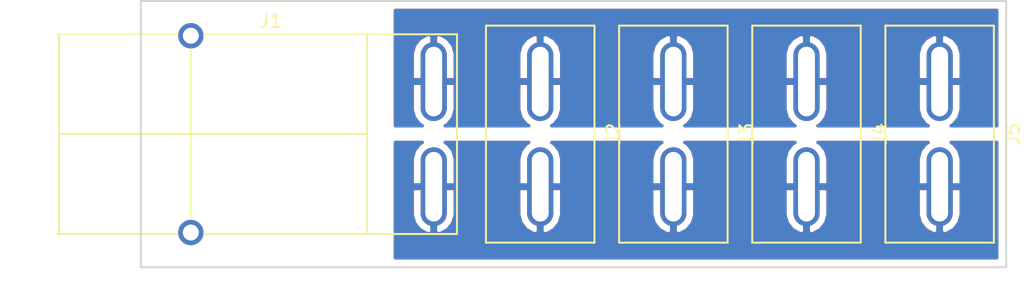
<source format=kicad_pcb>
(kicad_pcb (version 4) (host pcbnew 4.0.6+dfsg1-1)

  (general
    (links 8)
    (no_connects 0)
    (area 0 0 0 0)
    (thickness 1.6)
    (drawings 4)
    (tracks 0)
    (zones 0)
    (modules 5)
    (nets 3)
  )

  (page A4)
  (layers
    (0 F.Cu signal)
    (31 B.Cu signal)
    (32 B.Adhes user)
    (33 F.Adhes user)
    (34 B.Paste user)
    (35 F.Paste user)
    (36 B.SilkS user)
    (37 F.SilkS user)
    (38 B.Mask user)
    (39 F.Mask user)
    (40 Dwgs.User user)
    (41 Cmts.User user)
    (42 Eco1.User user)
    (43 Eco2.User user)
    (44 Edge.Cuts user)
    (45 Margin user)
    (46 B.CrtYd user)
    (47 F.CrtYd user)
    (48 B.Fab user)
    (49 F.Fab user)
  )

  (setup
    (last_trace_width 0.25)
    (trace_clearance 0.2)
    (zone_clearance 0.508)
    (zone_45_only no)
    (trace_min 0.2)
    (segment_width 0.2)
    (edge_width 0.15)
    (via_size 0.6)
    (via_drill 0.4)
    (via_min_size 0.4)
    (via_min_drill 0.3)
    (uvia_size 0.3)
    (uvia_drill 0.1)
    (uvias_allowed no)
    (uvia_min_size 0.2)
    (uvia_min_drill 0.1)
    (pcb_text_width 0.3)
    (pcb_text_size 1.5 1.5)
    (mod_edge_width 0.15)
    (mod_text_size 1 1)
    (mod_text_width 0.15)
    (pad_size 1.524 1.524)
    (pad_drill 0.762)
    (pad_to_mask_clearance 0.2)
    (aux_axis_origin 0 0)
    (visible_elements FFFFFF7F)
    (pcbplotparams
      (layerselection 0x00030_80000001)
      (usegerberextensions false)
      (excludeedgelayer true)
      (linewidth 0.100000)
      (plotframeref false)
      (viasonmask false)
      (mode 1)
      (useauxorigin false)
      (hpglpennumber 1)
      (hpglpenspeed 20)
      (hpglpendiameter 15)
      (hpglpenoverlay 2)
      (psnegative false)
      (psa4output false)
      (plotreference true)
      (plotvalue true)
      (plotinvisibletext false)
      (padsonsilk false)
      (subtractmaskfromsilk false)
      (outputformat 1)
      (mirror false)
      (drillshape 1)
      (scaleselection 1)
      (outputdirectory ""))
  )

  (net 0 "")
  (net 1 "Net-(J1-Pad1)")
  (net 2 "Net-(J1-Pad2)")

  (net_class Default "This is the default net class."
    (clearance 0.2)
    (trace_width 0.25)
    (via_dia 0.6)
    (via_drill 0.4)
    (uvia_dia 0.3)
    (uvia_drill 0.1)
    (add_net "Net-(J1-Pad1)")
    (add_net "Net-(J1-Pad2)")
  )

  (module homebrew:Anderson_1337G3_right_angle_bottom_two (layer F.Cu) (tedit 5B233D9B) (tstamp 5B233F75)
    (at 112 77 90)
    (path /5B233648)
    (fp_text reference J1 (at 8.5 -12.25 180) (layer F.SilkS)
      (effects (font (size 1 1) (thickness 0.15)))
    )
    (fp_text value Anderson_two_redblack (at -11 -23 180) (layer F.Fab)
      (effects (font (size 1 1) (thickness 0.15)))
    )
    (fp_line (start 0 -29.25) (end -0.5 -29.75) (layer Dwgs.User) (width 0.15))
    (fp_line (start 0.5 -29.75) (end 0 -29.25) (layer Dwgs.User) (width 0.15))
    (fp_line (start 0 -29.25) (end 0.5 -29.75) (layer Dwgs.User) (width 0.15))
    (fp_line (start 0 -32.5) (end 0 -29.25) (layer Dwgs.User) (width 0.15))
    (fp_line (start 7.5 1.75) (end 7.5 -5) (layer F.SilkS) (width 0.15))
    (fp_line (start -7.5 1.75) (end 7.5 1.75) (layer F.SilkS) (width 0.15))
    (fp_line (start -7.5 -5) (end -7.5 1.75) (layer F.SilkS) (width 0.15))
    (fp_line (start 7.5 -19.25) (end 7.5 -28.25) (layer F.SilkS) (width 0.15))
    (fp_line (start -7.5 -17.25) (end -7.5 -5) (layer F.SilkS) (width 0.15))
    (fp_line (start 0 -28) (end 0 -5) (layer F.SilkS) (width 0.15))
    (fp_line (start 7.5 -5) (end 7.5 -17.25) (layer F.SilkS) (width 0.15))
    (fp_line (start -7.5 -5) (end 7.5 -5) (layer F.SilkS) (width 0.15))
    (fp_line (start -7.5 -28.25) (end -7.5 -19.25) (layer F.SilkS) (width 0.15))
    (fp_line (start -7.39 -28.14) (end 7.39 -28.14) (layer F.SilkS) (width 0.15))
    (fp_line (start -6.25 -18.25) (end 6.25 -18.25) (layer F.SilkS) (width 0.15))
    (pad 1 thru_hole oval (at -3.95 0 90) (size 5.93 1.97) (drill oval 5.23 1.27) (layers *.Cu *.Mask)
      (net 1 "Net-(J1-Pad1)"))
    (pad 2 thru_hole oval (at 3.95 0 90) (size 5.93 1.97) (drill oval 5.23 1.27) (layers *.Cu *.Mask)
      (net 2 "Net-(J1-Pad2)"))
    (pad "" thru_hole circle (at -7.39 -18.24 90) (size 1.9 1.9) (drill 1.2) (layers *.Cu *.Mask))
    (pad "" thru_hole circle (at 7.39 -18.24 90) (size 1.9 1.9) (drill 1.2) (layers *.Cu *.Mask))
  )

  (module homebrew:Anderson_1337G3_straight_two (layer F.Cu) (tedit 5B233ECF) (tstamp 5B233F7B)
    (at 120 77 90)
    (path /5B2336FF)
    (fp_text reference J2 (at 0 5.5 270) (layer F.SilkS)
      (effects (font (size 1 1) (thickness 0.15)))
    )
    (fp_text value Anderson_two_redblack (at 0.5 -5.25 270) (layer F.Fab)
      (effects (font (size 1 1) (thickness 0.15)))
    )
    (fp_line (start 8.15 -4.075) (end 8.15 4.075) (layer F.SilkS) (width 0.15))
    (fp_line (start 8.15 4.075) (end -8.15 4.075) (layer F.SilkS) (width 0.15))
    (fp_line (start -8.15 4.075) (end -8.15 -4.075) (layer F.SilkS) (width 0.15))
    (fp_line (start -8.15 -4.075) (end 8.15 -4.075) (layer F.SilkS) (width 0.15))
    (pad 1 thru_hole oval (at -3.95 0 90) (size 5.93 1.97) (drill oval 5.23 1.27) (layers *.Cu *.Mask)
      (net 1 "Net-(J1-Pad1)"))
    (pad 2 thru_hole oval (at 3.95 0 90) (size 5.93 1.97) (drill oval 5.23 1.27) (layers *.Cu *.Mask)
      (net 2 "Net-(J1-Pad2)"))
  )

  (module homebrew:Anderson_1337G3_straight_two (layer F.Cu) (tedit 5B233ECF) (tstamp 5B233F81)
    (at 130 77 90)
    (path /5B2337AB)
    (fp_text reference J3 (at 0 5.5 270) (layer F.SilkS)
      (effects (font (size 1 1) (thickness 0.15)))
    )
    (fp_text value Anderson_two_redblack (at 0.5 -5.25 270) (layer F.Fab)
      (effects (font (size 1 1) (thickness 0.15)))
    )
    (fp_line (start 8.15 -4.075) (end 8.15 4.075) (layer F.SilkS) (width 0.15))
    (fp_line (start 8.15 4.075) (end -8.15 4.075) (layer F.SilkS) (width 0.15))
    (fp_line (start -8.15 4.075) (end -8.15 -4.075) (layer F.SilkS) (width 0.15))
    (fp_line (start -8.15 -4.075) (end 8.15 -4.075) (layer F.SilkS) (width 0.15))
    (pad 1 thru_hole oval (at -3.95 0 90) (size 5.93 1.97) (drill oval 5.23 1.27) (layers *.Cu *.Mask)
      (net 1 "Net-(J1-Pad1)"))
    (pad 2 thru_hole oval (at 3.95 0 90) (size 5.93 1.97) (drill oval 5.23 1.27) (layers *.Cu *.Mask)
      (net 2 "Net-(J1-Pad2)"))
  )

  (module homebrew:Anderson_1337G3_straight_two (layer F.Cu) (tedit 5B233ECF) (tstamp 5B233F87)
    (at 140 77 90)
    (path /5B2338F7)
    (fp_text reference J4 (at 0 5.5 270) (layer F.SilkS)
      (effects (font (size 1 1) (thickness 0.15)))
    )
    (fp_text value Anderson_two_redblack (at 0.5 -5.25 270) (layer F.Fab)
      (effects (font (size 1 1) (thickness 0.15)))
    )
    (fp_line (start 8.15 -4.075) (end 8.15 4.075) (layer F.SilkS) (width 0.15))
    (fp_line (start 8.15 4.075) (end -8.15 4.075) (layer F.SilkS) (width 0.15))
    (fp_line (start -8.15 4.075) (end -8.15 -4.075) (layer F.SilkS) (width 0.15))
    (fp_line (start -8.15 -4.075) (end 8.15 -4.075) (layer F.SilkS) (width 0.15))
    (pad 1 thru_hole oval (at -3.95 0 90) (size 5.93 1.97) (drill oval 5.23 1.27) (layers *.Cu *.Mask)
      (net 1 "Net-(J1-Pad1)"))
    (pad 2 thru_hole oval (at 3.95 0 90) (size 5.93 1.97) (drill oval 5.23 1.27) (layers *.Cu *.Mask)
      (net 2 "Net-(J1-Pad2)"))
  )

  (module homebrew:Anderson_1337G3_straight_two (layer F.Cu) (tedit 5B233ECF) (tstamp 5B233F8D)
    (at 150 77 90)
    (path /5B2337D4)
    (fp_text reference J5 (at 0 5.5 270) (layer F.SilkS)
      (effects (font (size 1 1) (thickness 0.15)))
    )
    (fp_text value Anderson_two_redblack (at 0.5 -5.25 270) (layer F.Fab)
      (effects (font (size 1 1) (thickness 0.15)))
    )
    (fp_line (start 8.15 -4.075) (end 8.15 4.075) (layer F.SilkS) (width 0.15))
    (fp_line (start 8.15 4.075) (end -8.15 4.075) (layer F.SilkS) (width 0.15))
    (fp_line (start -8.15 4.075) (end -8.15 -4.075) (layer F.SilkS) (width 0.15))
    (fp_line (start -8.15 -4.075) (end 8.15 -4.075) (layer F.SilkS) (width 0.15))
    (pad 1 thru_hole oval (at -3.95 0 90) (size 5.93 1.97) (drill oval 5.23 1.27) (layers *.Cu *.Mask)
      (net 1 "Net-(J1-Pad1)"))
    (pad 2 thru_hole oval (at 3.95 0 90) (size 5.93 1.97) (drill oval 5.23 1.27) (layers *.Cu *.Mask)
      (net 2 "Net-(J1-Pad2)"))
  )

  (gr_line (start 90 67) (end 155 67) (layer Edge.Cuts) (width 0.15))
  (gr_line (start 90 87) (end 90 67) (layer Edge.Cuts) (width 0.15))
  (gr_line (start 155 87) (end 90 87) (layer Edge.Cuts) (width 0.15))
  (gr_line (start 155 67) (end 155 87) (layer Edge.Cuts) (width 0.15))

  (zone (net 1) (net_name "Net-(J1-Pad1)") (layer F.Cu) (tstamp 0) (hatch edge 0.508)
    (connect_pads (clearance 0.508))
    (min_thickness 0.254)
    (fill yes (arc_segments 16) (thermal_gap 0.508) (thermal_bridge_width 0.508))
    (polygon
      (pts
        (xy 155 77.5) (xy 155 87) (xy 109 87) (xy 109 77.5)
      )
    )
    (filled_polygon
      (pts
        (xy 110.94429 77.734684) (xy 110.551916 78.23272) (xy 110.38 78.843) (xy 110.38 80.823) (xy 111.873 80.823)
        (xy 111.873 80.803) (xy 112.127 80.803) (xy 112.127 80.823) (xy 113.62 80.823) (xy 113.62 78.843)
        (xy 113.448084 78.23272) (xy 113.05571 77.734684) (xy 112.863564 77.627) (xy 119.136436 77.627) (xy 118.94429 77.734684)
        (xy 118.551916 78.23272) (xy 118.38 78.843) (xy 118.38 80.823) (xy 119.873 80.823) (xy 119.873 80.803)
        (xy 120.127 80.803) (xy 120.127 80.823) (xy 121.62 80.823) (xy 121.62 78.843) (xy 121.448084 78.23272)
        (xy 121.05571 77.734684) (xy 120.863564 77.627) (xy 129.136436 77.627) (xy 128.94429 77.734684) (xy 128.551916 78.23272)
        (xy 128.38 78.843) (xy 128.38 80.823) (xy 129.873 80.823) (xy 129.873 80.803) (xy 130.127 80.803)
        (xy 130.127 80.823) (xy 131.62 80.823) (xy 131.62 78.843) (xy 131.448084 78.23272) (xy 131.05571 77.734684)
        (xy 130.863564 77.627) (xy 139.136436 77.627) (xy 138.94429 77.734684) (xy 138.551916 78.23272) (xy 138.38 78.843)
        (xy 138.38 80.823) (xy 139.873 80.823) (xy 139.873 80.803) (xy 140.127 80.803) (xy 140.127 80.823)
        (xy 141.62 80.823) (xy 141.62 78.843) (xy 141.448084 78.23272) (xy 141.05571 77.734684) (xy 140.863564 77.627)
        (xy 149.136436 77.627) (xy 148.94429 77.734684) (xy 148.551916 78.23272) (xy 148.38 78.843) (xy 148.38 80.823)
        (xy 149.873 80.823) (xy 149.873 80.803) (xy 150.127 80.803) (xy 150.127 80.823) (xy 151.62 80.823)
        (xy 151.62 78.843) (xy 151.448084 78.23272) (xy 151.05571 77.734684) (xy 150.863564 77.627) (xy 154.29 77.627)
        (xy 154.29 86.29) (xy 109.127 86.29) (xy 109.127 81.077) (xy 110.38 81.077) (xy 110.38 83.057)
        (xy 110.551916 83.66728) (xy 110.94429 84.165316) (xy 111.497386 84.475286) (xy 111.62192 84.505263) (xy 111.873 84.385721)
        (xy 111.873 81.077) (xy 112.127 81.077) (xy 112.127 84.385721) (xy 112.37808 84.505263) (xy 112.502614 84.475286)
        (xy 113.05571 84.165316) (xy 113.448084 83.66728) (xy 113.62 83.057) (xy 113.62 81.077) (xy 118.38 81.077)
        (xy 118.38 83.057) (xy 118.551916 83.66728) (xy 118.94429 84.165316) (xy 119.497386 84.475286) (xy 119.62192 84.505263)
        (xy 119.873 84.385721) (xy 119.873 81.077) (xy 120.127 81.077) (xy 120.127 84.385721) (xy 120.37808 84.505263)
        (xy 120.502614 84.475286) (xy 121.05571 84.165316) (xy 121.448084 83.66728) (xy 121.62 83.057) (xy 121.62 81.077)
        (xy 128.38 81.077) (xy 128.38 83.057) (xy 128.551916 83.66728) (xy 128.94429 84.165316) (xy 129.497386 84.475286)
        (xy 129.62192 84.505263) (xy 129.873 84.385721) (xy 129.873 81.077) (xy 130.127 81.077) (xy 130.127 84.385721)
        (xy 130.37808 84.505263) (xy 130.502614 84.475286) (xy 131.05571 84.165316) (xy 131.448084 83.66728) (xy 131.62 83.057)
        (xy 131.62 81.077) (xy 138.38 81.077) (xy 138.38 83.057) (xy 138.551916 83.66728) (xy 138.94429 84.165316)
        (xy 139.497386 84.475286) (xy 139.62192 84.505263) (xy 139.873 84.385721) (xy 139.873 81.077) (xy 140.127 81.077)
        (xy 140.127 84.385721) (xy 140.37808 84.505263) (xy 140.502614 84.475286) (xy 141.05571 84.165316) (xy 141.448084 83.66728)
        (xy 141.62 83.057) (xy 141.62 81.077) (xy 148.38 81.077) (xy 148.38 83.057) (xy 148.551916 83.66728)
        (xy 148.94429 84.165316) (xy 149.497386 84.475286) (xy 149.62192 84.505263) (xy 149.873 84.385721) (xy 149.873 81.077)
        (xy 150.127 81.077) (xy 150.127 84.385721) (xy 150.37808 84.505263) (xy 150.502614 84.475286) (xy 151.05571 84.165316)
        (xy 151.448084 83.66728) (xy 151.62 83.057) (xy 151.62 81.077) (xy 150.127 81.077) (xy 149.873 81.077)
        (xy 148.38 81.077) (xy 141.62 81.077) (xy 140.127 81.077) (xy 139.873 81.077) (xy 138.38 81.077)
        (xy 131.62 81.077) (xy 130.127 81.077) (xy 129.873 81.077) (xy 128.38 81.077) (xy 121.62 81.077)
        (xy 120.127 81.077) (xy 119.873 81.077) (xy 118.38 81.077) (xy 113.62 81.077) (xy 112.127 81.077)
        (xy 111.873 81.077) (xy 110.38 81.077) (xy 109.127 81.077) (xy 109.127 77.627) (xy 111.136436 77.627)
      )
    )
  )
  (zone (net 1) (net_name "Net-(J1-Pad1)") (layer B.Cu) (tstamp 5B2341FA) (hatch edge 0.508)
    (connect_pads (clearance 0.508))
    (min_thickness 0.254)
    (fill yes (arc_segments 16) (thermal_gap 0.508) (thermal_bridge_width 0.508))
    (polygon
      (pts
        (xy 155 77.5) (xy 155 87) (xy 109 87) (xy 109 77.5)
      )
    )
    (filled_polygon
      (pts
        (xy 110.94429 77.734684) (xy 110.551916 78.23272) (xy 110.38 78.843) (xy 110.38 80.823) (xy 111.873 80.823)
        (xy 111.873 80.803) (xy 112.127 80.803) (xy 112.127 80.823) (xy 113.62 80.823) (xy 113.62 78.843)
        (xy 113.448084 78.23272) (xy 113.05571 77.734684) (xy 112.863564 77.627) (xy 119.136436 77.627) (xy 118.94429 77.734684)
        (xy 118.551916 78.23272) (xy 118.38 78.843) (xy 118.38 80.823) (xy 119.873 80.823) (xy 119.873 80.803)
        (xy 120.127 80.803) (xy 120.127 80.823) (xy 121.62 80.823) (xy 121.62 78.843) (xy 121.448084 78.23272)
        (xy 121.05571 77.734684) (xy 120.863564 77.627) (xy 129.136436 77.627) (xy 128.94429 77.734684) (xy 128.551916 78.23272)
        (xy 128.38 78.843) (xy 128.38 80.823) (xy 129.873 80.823) (xy 129.873 80.803) (xy 130.127 80.803)
        (xy 130.127 80.823) (xy 131.62 80.823) (xy 131.62 78.843) (xy 131.448084 78.23272) (xy 131.05571 77.734684)
        (xy 130.863564 77.627) (xy 139.136436 77.627) (xy 138.94429 77.734684) (xy 138.551916 78.23272) (xy 138.38 78.843)
        (xy 138.38 80.823) (xy 139.873 80.823) (xy 139.873 80.803) (xy 140.127 80.803) (xy 140.127 80.823)
        (xy 141.62 80.823) (xy 141.62 78.843) (xy 141.448084 78.23272) (xy 141.05571 77.734684) (xy 140.863564 77.627)
        (xy 149.136436 77.627) (xy 148.94429 77.734684) (xy 148.551916 78.23272) (xy 148.38 78.843) (xy 148.38 80.823)
        (xy 149.873 80.823) (xy 149.873 80.803) (xy 150.127 80.803) (xy 150.127 80.823) (xy 151.62 80.823)
        (xy 151.62 78.843) (xy 151.448084 78.23272) (xy 151.05571 77.734684) (xy 150.863564 77.627) (xy 154.29 77.627)
        (xy 154.29 86.29) (xy 109.127 86.29) (xy 109.127 81.077) (xy 110.38 81.077) (xy 110.38 83.057)
        (xy 110.551916 83.66728) (xy 110.94429 84.165316) (xy 111.497386 84.475286) (xy 111.62192 84.505263) (xy 111.873 84.385721)
        (xy 111.873 81.077) (xy 112.127 81.077) (xy 112.127 84.385721) (xy 112.37808 84.505263) (xy 112.502614 84.475286)
        (xy 113.05571 84.165316) (xy 113.448084 83.66728) (xy 113.62 83.057) (xy 113.62 81.077) (xy 118.38 81.077)
        (xy 118.38 83.057) (xy 118.551916 83.66728) (xy 118.94429 84.165316) (xy 119.497386 84.475286) (xy 119.62192 84.505263)
        (xy 119.873 84.385721) (xy 119.873 81.077) (xy 120.127 81.077) (xy 120.127 84.385721) (xy 120.37808 84.505263)
        (xy 120.502614 84.475286) (xy 121.05571 84.165316) (xy 121.448084 83.66728) (xy 121.62 83.057) (xy 121.62 81.077)
        (xy 128.38 81.077) (xy 128.38 83.057) (xy 128.551916 83.66728) (xy 128.94429 84.165316) (xy 129.497386 84.475286)
        (xy 129.62192 84.505263) (xy 129.873 84.385721) (xy 129.873 81.077) (xy 130.127 81.077) (xy 130.127 84.385721)
        (xy 130.37808 84.505263) (xy 130.502614 84.475286) (xy 131.05571 84.165316) (xy 131.448084 83.66728) (xy 131.62 83.057)
        (xy 131.62 81.077) (xy 138.38 81.077) (xy 138.38 83.057) (xy 138.551916 83.66728) (xy 138.94429 84.165316)
        (xy 139.497386 84.475286) (xy 139.62192 84.505263) (xy 139.873 84.385721) (xy 139.873 81.077) (xy 140.127 81.077)
        (xy 140.127 84.385721) (xy 140.37808 84.505263) (xy 140.502614 84.475286) (xy 141.05571 84.165316) (xy 141.448084 83.66728)
        (xy 141.62 83.057) (xy 141.62 81.077) (xy 148.38 81.077) (xy 148.38 83.057) (xy 148.551916 83.66728)
        (xy 148.94429 84.165316) (xy 149.497386 84.475286) (xy 149.62192 84.505263) (xy 149.873 84.385721) (xy 149.873 81.077)
        (xy 150.127 81.077) (xy 150.127 84.385721) (xy 150.37808 84.505263) (xy 150.502614 84.475286) (xy 151.05571 84.165316)
        (xy 151.448084 83.66728) (xy 151.62 83.057) (xy 151.62 81.077) (xy 150.127 81.077) (xy 149.873 81.077)
        (xy 148.38 81.077) (xy 141.62 81.077) (xy 140.127 81.077) (xy 139.873 81.077) (xy 138.38 81.077)
        (xy 131.62 81.077) (xy 130.127 81.077) (xy 129.873 81.077) (xy 128.38 81.077) (xy 121.62 81.077)
        (xy 120.127 81.077) (xy 119.873 81.077) (xy 118.38 81.077) (xy 113.62 81.077) (xy 112.127 81.077)
        (xy 111.873 81.077) (xy 110.38 81.077) (xy 109.127 81.077) (xy 109.127 77.627) (xy 111.136436 77.627)
      )
    )
  )
  (zone (net 2) (net_name "Net-(J1-Pad2)") (layer F.Cu) (tstamp 0) (hatch edge 0.508)
    (connect_pads (clearance 0.508))
    (min_thickness 0.254)
    (fill yes (arc_segments 16) (thermal_gap 0.508) (thermal_bridge_width 0.508))
    (polygon
      (pts
        (xy 155 76.5) (xy 155 67) (xy 109 67) (xy 109 76.5)
      )
    )
    (filled_polygon
      (pts
        (xy 154.29 76.373) (xy 150.863564 76.373) (xy 151.05571 76.265316) (xy 151.448084 75.76728) (xy 151.62 75.157)
        (xy 151.62 73.177) (xy 150.127 73.177) (xy 150.127 73.197) (xy 149.873 73.197) (xy 149.873 73.177)
        (xy 148.38 73.177) (xy 148.38 75.157) (xy 148.551916 75.76728) (xy 148.94429 76.265316) (xy 149.136436 76.373)
        (xy 140.863564 76.373) (xy 141.05571 76.265316) (xy 141.448084 75.76728) (xy 141.62 75.157) (xy 141.62 73.177)
        (xy 140.127 73.177) (xy 140.127 73.197) (xy 139.873 73.197) (xy 139.873 73.177) (xy 138.38 73.177)
        (xy 138.38 75.157) (xy 138.551916 75.76728) (xy 138.94429 76.265316) (xy 139.136436 76.373) (xy 130.863564 76.373)
        (xy 131.05571 76.265316) (xy 131.448084 75.76728) (xy 131.62 75.157) (xy 131.62 73.177) (xy 130.127 73.177)
        (xy 130.127 73.197) (xy 129.873 73.197) (xy 129.873 73.177) (xy 128.38 73.177) (xy 128.38 75.157)
        (xy 128.551916 75.76728) (xy 128.94429 76.265316) (xy 129.136436 76.373) (xy 120.863564 76.373) (xy 121.05571 76.265316)
        (xy 121.448084 75.76728) (xy 121.62 75.157) (xy 121.62 73.177) (xy 120.127 73.177) (xy 120.127 73.197)
        (xy 119.873 73.197) (xy 119.873 73.177) (xy 118.38 73.177) (xy 118.38 75.157) (xy 118.551916 75.76728)
        (xy 118.94429 76.265316) (xy 119.136436 76.373) (xy 112.863564 76.373) (xy 113.05571 76.265316) (xy 113.448084 75.76728)
        (xy 113.62 75.157) (xy 113.62 73.177) (xy 112.127 73.177) (xy 112.127 73.197) (xy 111.873 73.197)
        (xy 111.873 73.177) (xy 110.38 73.177) (xy 110.38 75.157) (xy 110.551916 75.76728) (xy 110.94429 76.265316)
        (xy 111.136436 76.373) (xy 109.127 76.373) (xy 109.127 70.943) (xy 110.38 70.943) (xy 110.38 72.923)
        (xy 111.873 72.923) (xy 111.873 69.614279) (xy 112.127 69.614279) (xy 112.127 72.923) (xy 113.62 72.923)
        (xy 113.62 70.943) (xy 118.38 70.943) (xy 118.38 72.923) (xy 119.873 72.923) (xy 119.873 69.614279)
        (xy 120.127 69.614279) (xy 120.127 72.923) (xy 121.62 72.923) (xy 121.62 70.943) (xy 128.38 70.943)
        (xy 128.38 72.923) (xy 129.873 72.923) (xy 129.873 69.614279) (xy 130.127 69.614279) (xy 130.127 72.923)
        (xy 131.62 72.923) (xy 131.62 70.943) (xy 138.38 70.943) (xy 138.38 72.923) (xy 139.873 72.923)
        (xy 139.873 69.614279) (xy 140.127 69.614279) (xy 140.127 72.923) (xy 141.62 72.923) (xy 141.62 70.943)
        (xy 148.38 70.943) (xy 148.38 72.923) (xy 149.873 72.923) (xy 149.873 69.614279) (xy 150.127 69.614279)
        (xy 150.127 72.923) (xy 151.62 72.923) (xy 151.62 70.943) (xy 151.448084 70.33272) (xy 151.05571 69.834684)
        (xy 150.502614 69.524714) (xy 150.37808 69.494737) (xy 150.127 69.614279) (xy 149.873 69.614279) (xy 149.62192 69.494737)
        (xy 149.497386 69.524714) (xy 148.94429 69.834684) (xy 148.551916 70.33272) (xy 148.38 70.943) (xy 141.62 70.943)
        (xy 141.448084 70.33272) (xy 141.05571 69.834684) (xy 140.502614 69.524714) (xy 140.37808 69.494737) (xy 140.127 69.614279)
        (xy 139.873 69.614279) (xy 139.62192 69.494737) (xy 139.497386 69.524714) (xy 138.94429 69.834684) (xy 138.551916 70.33272)
        (xy 138.38 70.943) (xy 131.62 70.943) (xy 131.448084 70.33272) (xy 131.05571 69.834684) (xy 130.502614 69.524714)
        (xy 130.37808 69.494737) (xy 130.127 69.614279) (xy 129.873 69.614279) (xy 129.62192 69.494737) (xy 129.497386 69.524714)
        (xy 128.94429 69.834684) (xy 128.551916 70.33272) (xy 128.38 70.943) (xy 121.62 70.943) (xy 121.448084 70.33272)
        (xy 121.05571 69.834684) (xy 120.502614 69.524714) (xy 120.37808 69.494737) (xy 120.127 69.614279) (xy 119.873 69.614279)
        (xy 119.62192 69.494737) (xy 119.497386 69.524714) (xy 118.94429 69.834684) (xy 118.551916 70.33272) (xy 118.38 70.943)
        (xy 113.62 70.943) (xy 113.448084 70.33272) (xy 113.05571 69.834684) (xy 112.502614 69.524714) (xy 112.37808 69.494737)
        (xy 112.127 69.614279) (xy 111.873 69.614279) (xy 111.62192 69.494737) (xy 111.497386 69.524714) (xy 110.94429 69.834684)
        (xy 110.551916 70.33272) (xy 110.38 70.943) (xy 109.127 70.943) (xy 109.127 67.71) (xy 154.29 67.71)
      )
    )
  )
  (zone (net 2) (net_name "Net-(J1-Pad2)") (layer B.Cu) (tstamp 5B234299) (hatch edge 0.508)
    (connect_pads (clearance 0.508))
    (min_thickness 0.254)
    (fill yes (arc_segments 16) (thermal_gap 0.508) (thermal_bridge_width 0.508))
    (polygon
      (pts
        (xy 155 76.5) (xy 155 67) (xy 109 67) (xy 109 76.5)
      )
    )
    (filled_polygon
      (pts
        (xy 154.29 76.373) (xy 150.863564 76.373) (xy 151.05571 76.265316) (xy 151.448084 75.76728) (xy 151.62 75.157)
        (xy 151.62 73.177) (xy 150.127 73.177) (xy 150.127 73.197) (xy 149.873 73.197) (xy 149.873 73.177)
        (xy 148.38 73.177) (xy 148.38 75.157) (xy 148.551916 75.76728) (xy 148.94429 76.265316) (xy 149.136436 76.373)
        (xy 140.863564 76.373) (xy 141.05571 76.265316) (xy 141.448084 75.76728) (xy 141.62 75.157) (xy 141.62 73.177)
        (xy 140.127 73.177) (xy 140.127 73.197) (xy 139.873 73.197) (xy 139.873 73.177) (xy 138.38 73.177)
        (xy 138.38 75.157) (xy 138.551916 75.76728) (xy 138.94429 76.265316) (xy 139.136436 76.373) (xy 130.863564 76.373)
        (xy 131.05571 76.265316) (xy 131.448084 75.76728) (xy 131.62 75.157) (xy 131.62 73.177) (xy 130.127 73.177)
        (xy 130.127 73.197) (xy 129.873 73.197) (xy 129.873 73.177) (xy 128.38 73.177) (xy 128.38 75.157)
        (xy 128.551916 75.76728) (xy 128.94429 76.265316) (xy 129.136436 76.373) (xy 120.863564 76.373) (xy 121.05571 76.265316)
        (xy 121.448084 75.76728) (xy 121.62 75.157) (xy 121.62 73.177) (xy 120.127 73.177) (xy 120.127 73.197)
        (xy 119.873 73.197) (xy 119.873 73.177) (xy 118.38 73.177) (xy 118.38 75.157) (xy 118.551916 75.76728)
        (xy 118.94429 76.265316) (xy 119.136436 76.373) (xy 112.863564 76.373) (xy 113.05571 76.265316) (xy 113.448084 75.76728)
        (xy 113.62 75.157) (xy 113.62 73.177) (xy 112.127 73.177) (xy 112.127 73.197) (xy 111.873 73.197)
        (xy 111.873 73.177) (xy 110.38 73.177) (xy 110.38 75.157) (xy 110.551916 75.76728) (xy 110.94429 76.265316)
        (xy 111.136436 76.373) (xy 109.127 76.373) (xy 109.127 70.943) (xy 110.38 70.943) (xy 110.38 72.923)
        (xy 111.873 72.923) (xy 111.873 69.614279) (xy 112.127 69.614279) (xy 112.127 72.923) (xy 113.62 72.923)
        (xy 113.62 70.943) (xy 118.38 70.943) (xy 118.38 72.923) (xy 119.873 72.923) (xy 119.873 69.614279)
        (xy 120.127 69.614279) (xy 120.127 72.923) (xy 121.62 72.923) (xy 121.62 70.943) (xy 128.38 70.943)
        (xy 128.38 72.923) (xy 129.873 72.923) (xy 129.873 69.614279) (xy 130.127 69.614279) (xy 130.127 72.923)
        (xy 131.62 72.923) (xy 131.62 70.943) (xy 138.38 70.943) (xy 138.38 72.923) (xy 139.873 72.923)
        (xy 139.873 69.614279) (xy 140.127 69.614279) (xy 140.127 72.923) (xy 141.62 72.923) (xy 141.62 70.943)
        (xy 148.38 70.943) (xy 148.38 72.923) (xy 149.873 72.923) (xy 149.873 69.614279) (xy 150.127 69.614279)
        (xy 150.127 72.923) (xy 151.62 72.923) (xy 151.62 70.943) (xy 151.448084 70.33272) (xy 151.05571 69.834684)
        (xy 150.502614 69.524714) (xy 150.37808 69.494737) (xy 150.127 69.614279) (xy 149.873 69.614279) (xy 149.62192 69.494737)
        (xy 149.497386 69.524714) (xy 148.94429 69.834684) (xy 148.551916 70.33272) (xy 148.38 70.943) (xy 141.62 70.943)
        (xy 141.448084 70.33272) (xy 141.05571 69.834684) (xy 140.502614 69.524714) (xy 140.37808 69.494737) (xy 140.127 69.614279)
        (xy 139.873 69.614279) (xy 139.62192 69.494737) (xy 139.497386 69.524714) (xy 138.94429 69.834684) (xy 138.551916 70.33272)
        (xy 138.38 70.943) (xy 131.62 70.943) (xy 131.448084 70.33272) (xy 131.05571 69.834684) (xy 130.502614 69.524714)
        (xy 130.37808 69.494737) (xy 130.127 69.614279) (xy 129.873 69.614279) (xy 129.62192 69.494737) (xy 129.497386 69.524714)
        (xy 128.94429 69.834684) (xy 128.551916 70.33272) (xy 128.38 70.943) (xy 121.62 70.943) (xy 121.448084 70.33272)
        (xy 121.05571 69.834684) (xy 120.502614 69.524714) (xy 120.37808 69.494737) (xy 120.127 69.614279) (xy 119.873 69.614279)
        (xy 119.62192 69.494737) (xy 119.497386 69.524714) (xy 118.94429 69.834684) (xy 118.551916 70.33272) (xy 118.38 70.943)
        (xy 113.62 70.943) (xy 113.448084 70.33272) (xy 113.05571 69.834684) (xy 112.502614 69.524714) (xy 112.37808 69.494737)
        (xy 112.127 69.614279) (xy 111.873 69.614279) (xy 111.62192 69.494737) (xy 111.497386 69.524714) (xy 110.94429 69.834684)
        (xy 110.551916 70.33272) (xy 110.38 70.943) (xy 109.127 70.943) (xy 109.127 67.71) (xy 154.29 67.71)
      )
    )
  )
)

</source>
